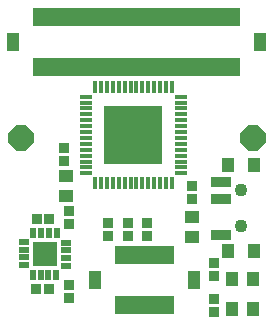
<source format=gts>
G75*
%MOIN*%
%OFA0B0*%
%FSLAX24Y24*%
%IPPOS*%
%LPD*%
%AMOC8*
5,1,8,0,0,1.08239X$1,22.5*
%
%ADD10R,0.0827X0.0827*%
%ADD11R,0.0320X0.0200*%
%ADD12R,0.0200X0.0320*%
%ADD13R,0.0434X0.0178*%
%ADD14R,0.0178X0.0434*%
%ADD15R,0.1970X0.1970*%
%ADD16R,0.0380X0.0350*%
%ADD17R,0.0350X0.0380*%
%ADD18R,0.0500X0.0430*%
%ADD19R,0.0430X0.0500*%
%ADD20R,0.0198X0.0611*%
%ADD21R,0.0415X0.0631*%
%ADD22R,0.0671X0.0356*%
%ADD23R,0.0395X0.0474*%
%ADD24C,0.0434*%
%ADD25OC8,0.0848*%
D10*
X001605Y002430D03*
D11*
X000906Y002312D03*
X000906Y002056D03*
X000906Y002568D03*
X000906Y002824D03*
X002304Y002804D03*
X002304Y002548D03*
X002304Y002292D03*
X002304Y002036D03*
D12*
X001979Y001731D03*
X001723Y001731D03*
X001467Y001731D03*
X001211Y001731D03*
X001231Y003129D03*
X001487Y003129D03*
X001743Y003129D03*
X001999Y003129D03*
D13*
X002971Y005115D03*
X002971Y005312D03*
X002971Y005509D03*
X002971Y005706D03*
X002971Y005903D03*
X002971Y006099D03*
X002971Y006296D03*
X002971Y006493D03*
X002971Y006690D03*
X002971Y006887D03*
X002971Y007084D03*
X002971Y007281D03*
X002971Y007477D03*
X002971Y007674D03*
X006160Y007674D03*
X006160Y007477D03*
X006160Y007281D03*
X006160Y007084D03*
X006160Y006887D03*
X006160Y006690D03*
X006160Y006493D03*
X006160Y006296D03*
X006160Y006099D03*
X006160Y005903D03*
X006160Y005706D03*
X006160Y005509D03*
X006160Y005312D03*
X006160Y005115D03*
D14*
X005845Y004800D03*
X005648Y004800D03*
X005451Y004800D03*
X005254Y004800D03*
X005057Y004800D03*
X004861Y004800D03*
X004664Y004800D03*
X004467Y004800D03*
X004270Y004800D03*
X004073Y004800D03*
X003876Y004800D03*
X003679Y004800D03*
X003483Y004800D03*
X003286Y004800D03*
X003286Y007989D03*
X003483Y007989D03*
X003679Y007989D03*
X003876Y007989D03*
X004073Y007989D03*
X004270Y007989D03*
X004467Y007989D03*
X004664Y007989D03*
X004861Y007989D03*
X005057Y007989D03*
X005254Y007989D03*
X005451Y007989D03*
X005648Y007989D03*
X005845Y007989D03*
D15*
X004565Y006395D03*
D16*
X006505Y004690D03*
X006505Y004270D03*
X005018Y003465D03*
X005018Y003045D03*
X004368Y003045D03*
X004368Y003465D03*
X003718Y003465D03*
X003718Y003045D03*
X002405Y003445D03*
X002405Y003865D03*
X002255Y005545D03*
X002255Y005965D03*
X002430Y001390D03*
X002430Y000970D03*
X007255Y000915D03*
X007255Y000495D03*
X007255Y001695D03*
X007255Y002115D03*
D17*
X001320Y001255D03*
X001740Y001255D03*
X001765Y003580D03*
X001345Y003580D03*
D18*
X002330Y004365D03*
X002330Y005045D03*
X006505Y003670D03*
X006505Y002990D03*
D19*
X007865Y001605D03*
X008545Y001605D03*
X008545Y000605D03*
X007865Y000605D03*
D20*
X005818Y000718D03*
X005621Y000718D03*
X005424Y000718D03*
X005227Y000718D03*
X005030Y000718D03*
X004833Y000718D03*
X004636Y000718D03*
X004440Y000718D03*
X004243Y000718D03*
X004046Y000718D03*
X004046Y002392D03*
X004243Y002392D03*
X004440Y002392D03*
X004636Y002392D03*
X004833Y002392D03*
X005030Y002392D03*
X005227Y002392D03*
X005424Y002392D03*
X005621Y002392D03*
X005818Y002392D03*
X005845Y008651D03*
X006042Y008651D03*
X006238Y008651D03*
X006435Y008651D03*
X006632Y008651D03*
X006829Y008651D03*
X007026Y008651D03*
X007223Y008651D03*
X007420Y008651D03*
X007616Y008651D03*
X007813Y008651D03*
X008010Y008651D03*
X008010Y010325D03*
X007813Y010325D03*
X007616Y010325D03*
X007420Y010325D03*
X007223Y010325D03*
X007026Y010325D03*
X006829Y010325D03*
X006632Y010325D03*
X006435Y010325D03*
X006238Y010325D03*
X006042Y010325D03*
X005845Y010325D03*
X005648Y010325D03*
X005451Y010325D03*
X005254Y010325D03*
X005057Y010325D03*
X004860Y010325D03*
X004664Y010325D03*
X004467Y010325D03*
X004270Y010325D03*
X004073Y010325D03*
X003876Y010325D03*
X003679Y010325D03*
X003483Y010325D03*
X003286Y010325D03*
X003089Y010325D03*
X002892Y010325D03*
X002695Y010325D03*
X002498Y010325D03*
X002301Y010325D03*
X002105Y010325D03*
X001908Y010325D03*
X001711Y010325D03*
X001514Y010325D03*
X001317Y010325D03*
X001317Y008651D03*
X001514Y008651D03*
X001711Y008651D03*
X001908Y008651D03*
X002105Y008651D03*
X002301Y008651D03*
X002498Y008651D03*
X002695Y008651D03*
X002892Y008651D03*
X003089Y008651D03*
X003286Y008651D03*
X003483Y008651D03*
X003679Y008651D03*
X003876Y008651D03*
X004073Y008651D03*
X004270Y008651D03*
X004467Y008651D03*
X004664Y008651D03*
X004860Y008651D03*
X005057Y008651D03*
X005254Y008651D03*
X005451Y008651D03*
X005648Y008651D03*
D21*
X008788Y009488D03*
X006595Y001555D03*
X003268Y001555D03*
X000540Y009488D03*
D22*
X007466Y004841D03*
X007466Y004250D03*
X007466Y003069D03*
D23*
X007722Y002518D03*
X008588Y002518D03*
X008588Y005392D03*
X007722Y005392D03*
D24*
X008155Y004546D03*
X008155Y003364D03*
D25*
X008555Y006305D03*
X000805Y006305D03*
M02*

</source>
